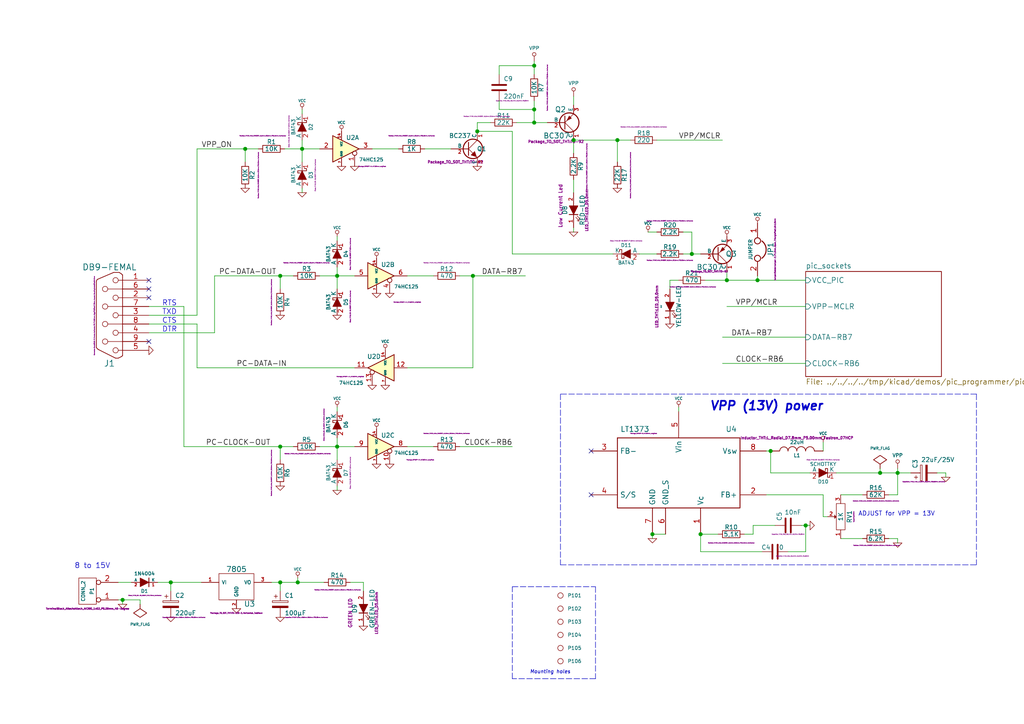
<source format=kicad_sch>
(kicad_sch (version 20230121) (generator eeschema)
  (paper "A4")
  (title_block (title "JDM - COM84 PIC Programmer with 13V DC/DC converter") (date "05 jan 2014") (rev "2") (company "KiCad"))
  (lib_symbols
    (symbol "pic_programmer_schlib:74LS125" (pin_names (offset 0.254))
      (property "Reference" "U" (at 5.08 3.81 0))
      (property "Value" "74LS125" (at 7.62 -2.54 0))
      (symbol "74LS125_0_0"
        (pin power_in line (at -1.27 5.08 270) (length 2.54) (name "VCC") (number "14"))
        (pin power_in line (at -1.27 -5.08 90) (length 2.54) (name "GND") (number "7"))
      )
      (symbol "74LS125_1_0"
        (polyline (pts (xy -3.81 3.81) (xy -3.81 -3.81) (xy 3.81 0) (xy -3.81 3.81)) (stroke (width 0.254)) (fill (type background)))
        (pin input inverted (at 2.54 -5.08 90) (length 4.445) (name "~") (number "1"))
        (pin input line (at -7.62 0 0) (length 3.81) (name "~") (number "2"))
        (pin tri_state line (at 7.62 0 180) (length 3.81) (name "~") (number "3"))
      )
      (symbol "74LS125_2_0"
        (polyline (pts (xy -3.81 3.81) (xy -3.81 -3.81) (xy 3.81 0) (xy -3.81 3.81)) (stroke (width 0.254)) (fill (type background)))
        (pin input inverted (at 2.54 -5.08 90) (length 4.445) (name "~") (number "4"))
        (pin input line (at -7.62 0 0) (length 3.81) (name "~") (number "5"))
        (pin tri_state line (at 7.62 0 180) (length 3.81) (name "~") (number "6"))
      )
      (symbol "74LS125_3_0"
        (polyline (pts (xy -3.81 3.81) (xy -3.81 -3.81) (xy 3.81 0) (xy -3.81 3.81)) (stroke (width 0.254)) (fill (type background)))
        (pin input inverted (at 2.54 -5.08 90) (length 4.445) (name "~") (number "10"))
        (pin tri_state line (at 7.62 0 180) (length 3.81) (name "~") (number "8"))
        (pin input line (at -7.62 0 0) (length 3.81) (name "~") (number "9"))
      )
      (symbol "74LS125_4_0"
        (polyline (pts (xy -3.81 3.81) (xy -3.81 -3.81) (xy 3.81 0) (xy -3.81 3.81)) (stroke (width 0.254)) (fill (type background)))
        (pin tri_state line (at 7.62 0 180) (length 3.81) (name "~") (number "11"))
        (pin input line (at -7.62 0 0) (length 3.81) (name "~") (number "12"))
        (pin input inverted (at 2.54 -5.08 90) (length 4.445) (name "~") (number "13"))
      )
    )
    (symbol "pic_programmer_schlib:7805" (pin_names (offset 0.762))
      (property "Reference" "U" (at 3.81 -4.9784 0))
      (property "Value" "7805" (at 0 5.08 0))
      (symbol "7805_0_1"
        (rectangle (start -5.08 -3.81) (end 5.08 3.81))
      )
      (symbol "7805_1_1"
        (pin input line (at -10.16 1.27 0) (length 5.08) (name "VI") (number "1"))
        (pin input line (at 0 -6.35 90) (length 2.54) (name "GND") (number "2"))
        (pin power_out line (at 10.16 1.27 180) (length 5.08) (name "VO") (number "3"))
      )
    )
    (symbol "pic_programmer_schlib:BC237" (pin_names (offset 0))
      (property "Reference" "Q" (at 0 -3.81 0))
      (property "Value" "BC237" (at 0 3.81 0))
      (property "Footprint" "Package_TO_SOT_THT:TO-92" (at -2.54 -5.08 0))
      (symbol "BC237_0_1"
        (polyline (pts (xy 0 0) (xy 2.54 2.54)) (stroke (width 0.1524)))
        (polyline (pts (xy 0 1.905) (xy 0 -1.905) (xy 0 -1.905)) (stroke (width 0.254)))
        (polyline (pts (xy 1.27 -1.27) (xy 0 0) (xy 0 0)) (stroke (width 0.1524)))
        (polyline (pts (xy 2.286 -2.286) (xy 2.54 -2.54) (xy 2.54 -2.54)))
        (polyline (pts (xy 2.286 -2.286) (xy 1.778 -0.762) (xy 0.762 -1.778) (xy 2.286 -2.286) (xy 2.286 -2.286)) (fill (type outline)))
        (circle (center 1.27 0) (radius 2.8194) (stroke (width 0.3048)))
      )
      (symbol "BC237_1_1"
        (pin passive line (at 2.54 5.08 270) (length 2.54) (name "C") (number "1"))
        (pin input line (at -5.08 0 0) (length 5.08) (name "B") (number "2"))
        (pin passive line (at 2.54 -5.08 90) (length 2.54) (name "E") (number "3"))
      )
    )
    (symbol "pic_programmer_schlib:BC307" (pin_names (offset 0))
      (property "Reference" "Q" (at -1.27 -3.81 0))
      (property "Value" "BC307" (at 0 3.81 0))
      (property "Footprint" "Package_TO_SOT_THT:TO-92" (at -2.54 -5.08 0))
      (symbol "BC307_0_1"
        (polyline (pts (xy 0 0) (xy 2.54 2.54)) (stroke (width 0.1524)))
        (polyline (pts (xy 0 1.905) (xy 0 -1.905) (xy 0 -1.905)) (stroke (width 0.254)) (fill (type outline)))
        (polyline (pts (xy 0.635 -0.635) (xy 0 0) (xy 0 0)) (stroke (width 0.1524)))
        (polyline (pts (xy 2.54 -2.54) (xy 1.651 -1.651) (xy 1.651 -1.651)) (stroke (width 0.1524)))
        (polyline (pts (xy 0.635 -0.635) (xy 1.27 -1.905) (xy 1.905 -1.27) (xy 0.635 -0.635) (xy 0.635 -0.635)) (fill (type outline)))
        (circle (center 1.27 0) (radius 2.8194) (stroke (width 0.3048)))
      )
      (symbol "BC307_1_1"
        (pin passive line (at 2.54 5.08 270) (length 2.54) (name "C") (number "1"))
        (pin input line (at -5.08 0 0) (length 5.08) (name "B") (number "2"))
        (pin passive line (at 2.54 -5.08 90) (length 2.54) (name "E") (number "3"))
      )
    )
    (symbol "pic_programmer_schlib:C" (pin_numbers hide) (pin_names (offset 0.254))
      (property "Reference" "C" (at 0.635 2.54 0))
      (property "Value" "C" (at 0.635 -2.54 0))
      (symbol "C_0_1"
        (polyline (pts (xy -2.032 -0.762) (xy 2.032 -0.762)) (stroke (width 0.508)))
        (polyline (pts (xy -2.032 0.762) (xy 2.032 0.762)) (stroke (width 0.508)))
      )
      (symbol "C_1_1"
        (pin passive line (at 0 3.81 270) (length 2.794) (name "~") (number "1"))
        (pin passive line (at 0 -3.81 90) (length 2.794) (name "~") (number "2"))
      )
    )
    (symbol "pic_programmer_schlib:CONN_2" (pin_names (offset 1.016) hide)
      (property "Reference" "P" (at -1.27 0 90))
      (property "Value" "CONN_2" (at 1.27 0 90))
      (symbol "CONN_2_0_1"
        (rectangle (start -2.54 3.81) (end 2.54 -3.81))
      )
      (symbol "CONN_2_1_1"
        (pin passive inverted (at -8.89 2.54 0) (length 6.35) (name "P1") (number "1"))
        (pin passive inverted (at -8.89 -2.54 0) (length 6.35) (name "PM") (number "2"))
      )
    )
    (symbol "pic_programmer_schlib:CP" (pin_numbers hide) (pin_names (offset 0.254))
      (property "Reference" "C" (at 0.635 2.54 0))
      (property "Value" "CP" (at 0.635 -2.54 0))
      (symbol "CP_0_1"
        (rectangle (start -2.286 1.016) (end 2.286 0.508) (stroke (width 0.1524)))
        (rectangle (start -1.778 2.286) (end -0.762 2.286))
        (rectangle (start -1.27 1.778) (end -1.27 2.794))
        (rectangle (start 2.286 -0.508) (end -2.286 -1.016) (fill (type outline)))
      )
      (symbol "CP_1_1"
        (pin passive line (at 0 3.81 270) (length 2.794) (name "~") (number "1"))
        (pin passive line (at 0 -3.81 90) (length 2.794) (name "~") (number "2"))
      )
    )
    (symbol "pic_programmer_schlib:D" (pin_names (offset 0))
      (property "Reference" "D" (at 0 2.54 0))
      (property "Value" "D" (at 0 -2.54 0))
      (symbol "D_0_1"
        (polyline (pts (xy -1.27 1.27) (xy -1.27 -1.27)) (stroke (width 0.254)))
        (polyline (pts (xy -1.27 0) (xy 1.27 1.27) (xy 1.27 -1.27) (xy -1.27 0)) (stroke (width 0.1524)) (fill (type outline)))
      )
      (symbol "D_1_1"
        (pin passive line (at -3.81 0 0) (length 2.54) (name "K") (number "1"))
        (pin passive line (at 3.81 0 180) (length 2.54) (name "A") (number "2"))
      )
    )
    (symbol "pic_programmer_schlib:DB9" (pin_names (offset 1.016) hide)
      (property "Reference" "J" (at 0 13.97 0))
      (property "Value" "DB9" (at 0 -13.97 0))
      (symbol "DB9_0_1"
        (circle (center -1.778 -10.16) (radius 0.762))
        (circle (center -1.778 -5.08) (radius 0.762))
        (circle (center -1.778 0) (radius 0.762))
        (circle (center -1.778 5.08) (radius 0.762))
        (circle (center -1.778 10.16) (radius 0.762))
        (polyline (pts (xy -3.81 -11.684) (xy -3.81 11.684)) (stroke (width 0.2032)))
        (polyline (pts (xy -3.81 -11.6586) (xy -3.556 -11.938)) (stroke (width 0.2032)))
        (polyline (pts (xy -3.81 -10.16) (xy -2.54 -10.16)))
        (polyline (pts (xy -3.81 -7.62) (xy 0.508 -7.62)))
        (polyline (pts (xy -3.81 -5.08) (xy -2.54 -5.08)))
        (polyline (pts (xy -3.81 -2.54) (xy 0.508 -2.54)))
        (polyline (pts (xy -3.81 0) (xy -2.54 0)))
        (polyline (pts (xy -3.81 2.54) (xy 0.508 2.54)))
        (polyline (pts (xy -3.81 5.08) (xy -2.54 5.08)))
        (polyline (pts (xy -3.81 7.62) (xy 0.508 7.62)))
        (polyline (pts (xy -3.81 10.16) (xy -2.54 10.16)))
        (polyline (pts (xy -3.556 -11.938) (xy -2.794 -12.446)) (stroke (width 0.2032)))
        (polyline (pts (xy -3.556 11.938) (xy -3.81 11.684)) (stroke (width 0.2032)))
        (polyline (pts (xy -3.556 11.938) (xy -2.54 12.446)) (stroke (width 0.2032)))
        (polyline (pts (xy -2.794 -12.446) (xy -1.27 -12.446)) (stroke (width 0.2032)))
        (polyline (pts (xy -2.54 12.446) (xy -1.778 12.446)) (stroke (width 0.2032)))
        (polyline (pts (xy 3.2766 9.906) (xy -1.778 12.446)) (stroke (width 0.2032)))
        (polyline (pts (xy 3.2766 9.906) (xy 3.81 9.398)) (stroke (width 0.2032)))
        (polyline (pts (xy 3.556 -10.3886) (xy -1.27 -12.446)) (stroke (width 0.2032)))
        (polyline (pts (xy 3.81 -9.906) (xy 3.556 -10.3886)) (stroke (width 0.2032)))
        (polyline (pts (xy 3.81 9.398) (xy 3.81 -9.906)) (stroke (width 0.2032)))
        (circle (center 1.27 -7.62) (radius 0.762))
        (circle (center 1.27 -2.54) (radius 0.762))
        (circle (center 1.27 2.54) (radius 0.762))
        (circle (center 1.27 7.62) (radius 0.762))
      )
      (symbol "DB9_1_1"
        (pin passive line (at -11.43 -10.16 0) (length 7.62) (name "1") (number "1"))
        (pin passive line (at -11.43 -5.08 0) (length 7.62) (name "2") (number "2"))
        (pin passive line (at -11.43 0 0) (length 7.62) (name "3") (number "3"))
        (pin passive line (at -11.43 5.08 0) (length 7.62) (name "4") (number "4"))
        (pin passive line (at -11.43 10.16 0) (length 7.62) (name "5") (number "5"))
        (pin passive line (at -11.43 -7.62 0) (length 7.62) (name "P6") (number "6"))
        (pin passive line (at -11.43 -2.54 0) (length 7.62) (name "P7") (number "7"))
        (pin passive line (at -11.43 2.54 0) (length 7.62) (name "P8") (number "8"))
        (pin passive line (at -11.43 7.62 0) (length 7.62) (name "P9") (number "9"))
      )
    )
    (symbol "pic_programmer_schlib:D_Schottky" (pin_names (offset 0))
      (property "Reference" "D" (at 0 2.54 0))
      (property "Value" "D_Schottky" (at 0 -2.54 0))
      (symbol "D_Schottky_0_1"
        (polyline (pts (xy -1.27 0) (xy 1.27 1.27) (xy 1.27 -1.27) (xy -1.27 0)) (stroke (width 0.1524)) (fill (type outline)))
        (polyline (pts (xy -1.905 0.635) (xy -1.905 1.27) (xy -1.27 1.27) (xy -1.27 -1.27) (xy -0.635 -1.27) (xy -0.635 -0.635)) (stroke (width 0.2032)))
      )
      (symbol "D_Schottky_1_1"
        (pin passive line (at -3.81 0 0) (length 2.54) (name "K") (number "1"))
        (pin passive line (at 3.81 0 180) (length 2.54) (name "A") (number "2"))
      )
    )
    (symbol "pic_programmer_schlib:GND" (power) (pin_names (offset 0))
      (symbol "GND_0_1"
        (polyline (pts (xy -1.27 0) (xy 0 -1.27) (xy 1.27 0) (xy -1.27 0)))
      )
      (symbol "GND_1_1"
        (pin power_in line (at 0 0 90) (length 0) hide (name "GND") (number "1"))
      )
    )
    (symbol "pic_programmer_schlib:INDUCTOR" (pin_numbers hide) (pin_names (offset 1.016) hide)
      (property "Reference" "L" (at -1.27 0 90))
      (property "Value" "INDUCTOR" (at 2.54 0 90))
      (symbol "INDUCTOR_0_1"
        (arc (start 0.0254 -5.0546) (mid 1.245 -3.7973) (end 0.0254 -2.54) (stroke (width 0.2032)))
        (arc (start 0.0254 -2.5146) (mid 1.2704 -1.2319) (end 0.0254 0.0508) (stroke (width 0.2032)))
        (arc (start 0.0254 0.0254) (mid 1.2704 1.3081) (end 0.0254 2.5908) (stroke (width 0.2032)))
        (arc (start 0.0254 2.5654) (mid 1.1942 3.7719) (end 0.0254 4.9784) (stroke (width 0.2032)))
      )
      (symbol "INDUCTOR_1_1"
        (pin passive line (at 0 7.62 270) (length 2.54) (name "1") (number "1"))
        (pin passive line (at 0 -7.62 90) (length 2.54) (name "2") (number "2"))
      )
    )
    (symbol "pic_programmer_schlib:JUMPER" (pin_names (offset 0.762) hide)
      (property "Reference" "JP" (at 0 3.81 0))
      (property "Value" "JUMPER" (at 0 -2.032 0))
      (symbol "JUMPER_0_1"
        (circle (center -2.54 0) (radius 0.889) (stroke (width 0.254)))
        (arc (start 2.5146 1.27) (mid 0.0127 2.5097) (end -2.4892 1.27) (stroke (width 0.3048)))
        (circle (center 2.54 0) (radius 0.889) (stroke (width 0.254)))
        (pin passive line (at -7.62 0 0) (length 4.191) (name "1") (number "1"))
        (pin passive line (at 7.62 0 180) (length 4.191) (name "2") (number "2"))
      )
    )
    (symbol "pic_programmer_schlib:LED" (pin_names (offset 1.016) hide)
      (property "Reference" "D" (at 0 2.54 0))
      (property "Value" "LED" (at 0 -2.54 0))
      (symbol "LED_0_1"
        (polyline (pts (xy -1.27 1.27) (xy -1.27 -1.27)) (stroke (width 0.254)))
        (polyline (pts (xy -2.032 -0.635) (xy -3.175 -1.651) (xy -3.048 -1.016)))
        (polyline (pts (xy -1.651 -1.016) (xy -2.794 -2.032) (xy -2.667 -1.397)))
        (polyline (pts (xy -1.27 0) (xy 1.27 1.27) (xy 1.27 -1.27) (xy -1.27 0)) (stroke (width 0.1524)) (fill (type outline)))
      )
      (symbol "LED_1_1"
        (pin passive line (at -5.08 0 0) (length 3.81) (name "K") (number "1"))
        (pin passive line (at 5.08 0 180) (length 3.81) (name "A") (number "2"))
      )
    )
    (symbol "pic_programmer_schlib:LT1373" (pin_names (offset 0.762))
      (property "Reference" "U" (at 15.24 12.7 0))
      (property "Value" "LT1373" (at -12.7 12.7 0))
      (symbol "LT1373_0_1"
        (rectangle (start -17.78 -10.16) (end 17.78 10.16) (stroke (width 0.254)))
      )
      (symbol "LT1373_1_1"
        (pin input line (at 6.35 -17.78 90) (length 7.62) (name "Vc") (number "1"))
        (pin input line (at 25.4 -6.35 180) (length 7.62) (name "FB+") (number "2"))
        (pin passive line (at -25.4 6.35 0) (length 7.62) (name "FB-") (number "3"))
        (pin passive line (at -25.4 -6.35 0) (length 7.62) (name "S/S") (number "4"))
        (pin power_in line (at 0 17.78 270) (length 7.62) (name "Vin") (number "5"))
        (pin input line (at -3.81 -17.78 90) (length 7.62) (name "GND_S") (number "6"))
        (pin input line (at -7.62 -17.78 90) (length 7.62) (name "GND") (number "7"))
        (pin input line (at 25.4 6.35 180) (length 7.62) (name "Vsw") (number "8"))
      )
    )
    (symbol "pic_programmer_schlib:MOUNTING_HOLE" (pin_numbers hide) (pin_names (offset 0.762) hide)
      (property "Reference" "P" (at 2.032 0 0))
      (symbol "MOUNTING_HOLE_0_1"
        (circle (center 0 0) (radius 0.7874))
      )
    )
    (symbol "pic_programmer_schlib:POT" (pin_names (offset 1.016) hide)
      (property "Reference" "RV" (at 0 -2.54 0))
      (property "Value" "POT" (at 0 0 0))
      (symbol "POT_0_1"
        (rectangle (start -3.81 1.27) (end 3.81 -1.27))
        (polyline (pts (xy 0 1.27) (xy -0.508 1.778) (xy 0.508 1.778)) (fill (type outline)))
      )
      (symbol "POT_1_1"
        (pin passive line (at -6.35 0 0) (length 2.54) (name "1") (number "1"))
        (pin passive line (at 0 3.81 270) (length 2.032) (name "2") (number "2"))
        (pin passive line (at 6.35 0 180) (length 2.54) (name "3") (number "3"))
      )
    )
    (symbol "pic_programmer_schlib:PWR_FLAG" (power) (pin_numbers hide) (pin_names (offset 0) hide)
      (property "Value" "PWR_FLAG" (at 0 4.572 0))
      (symbol "PWR_FLAG_0_0"
        (pin power_out line (at 0 0 90) (length 0) (name "pwr") (number "1"))
      )
      (symbol "PWR_FLAG_0_1"
        (polyline (pts (xy 0 0) (xy 0 1.27) (xy -1.905 2.54) (xy 0 3.81) (xy 1.905 2.54) (xy 0 1.27)) (stroke (width 0.2032)))
      )
    )
    (symbol "pic_programmer_schlib:R" (pin_numbers hide) (pin_names (offset 0))
      (property "Reference" "R" (at 2.032 0 90))
      (property "Value" "R" (at 0 0 90))
      (symbol "R_0_1"
        (rectangle (start -1.016 -2.54) (end 1.016 2.54) (stroke (width 0.2032)))
      )
      (symbol "R_1_1"
        (pin passive line (at 0 3.81 270) (length 1.27) (name "~") (number "1"))
        (pin passive line (at 0 -3.81 90) (length 1.27) (name "~") (number "2"))
      )
    )
    (symbol "pic_programmer_schlib:VCC" (power) (pin_names (offset 0))
      (property "Value" "VCC" (at 0 2.54 0))
      (symbol "VCC_0_0"
        (pin power_in line (at 0 0 90) (length 0) hide (name "VCC") (number "1"))
      )
      (symbol "VCC_0_1"
        (polyline (pts (xy 0 0) (xy 0 0.762) (xy 0 0.762)))
        (circle (center 0 1.27) (radius 0.508))
      )
    )
    (symbol "pic_programmer_schlib:VPP" (pin_names (offset 0))
      (property "Value" "VPP" (at 0 3.81 0))
      (symbol "VPP_0_0"
        (pin power_in line (at 0 0 90) (length 0) hide (name "VPP") (number "1"))
      )
      (symbol "VPP_0_1"
        (polyline (pts (xy 0 1.524) (xy 0 0)))
        (circle (center 0 2.032) (radius 0.508))
      )
    )
  )
  (junction (at 81.28 80.01) (diameter 1.016))
  (junction (at 97.79 129.54) (diameter 1.016))
  (junction (at 179.07 40.64) (diameter 1.016))
  (junction (at 35.56 173.99) (diameter 1.016))
  (junction (at 255.27 137.16) (diameter 1.016))
  (junction (at 71.12 43.18) (diameter 1.016))
  (junction (at 260.35 137.16) (diameter 1.016))
  (junction (at 154.94 31.75) (diameter 1.016))
  (junction (at 87.63 43.18) (diameter 1.016))
  (junction (at 166.37 40.64) (diameter 1.016))
  (junction (at 203.2 154.94) (diameter 1.016))
  (junction (at 81.28 168.91) (diameter 1.016))
  (junction (at 86.36 168.91) (diameter 1.016))
  (junction (at 137.16 80.01) (diameter 1.016))
  (junction (at 223.52 130.81) (diameter 1.016))
  (junction (at 49.53 168.91) (diameter 1.016))
  (junction (at 97.79 80.01) (diameter 1.016))
  (junction (at 138.43 38.1) (diameter 1.016))
  (junction (at 154.94 35.56) (diameter 1.016))
  (junction (at 81.28 129.54) (diameter 1.016))
  (junction (at 219.71 81.28) (diameter 1.016))
  (junction (at 189.23 154.94) (diameter 1.016))
  (junction (at 200.66 73.66) (diameter 1.016))
  (junction (at 210.82 81.28) (diameter 1.016))
  (junction (at 233.68 152.4) (diameter 1.016))
  (junction (at 154.94 19.05) (diameter 1.016))
  (no_connect (at 171.45 130.81))
  (no_connect (at 43.18 81.28))
  (no_connect (at 43.18 86.36))
  (no_connect (at 43.18 99.06))
  (no_connect (at 43.18 83.82))
  (no_connect (at 171.45 143.51))
  (wire (pts (xy 87.63 43.18) (xy 87.63 46.99)))
  (wire (pts (xy 97.79 129.54) (xy 102.87 129.54)))
  (wire (pts (xy 102.87 106.68) (xy 57.15 106.68)))
  (wire (pts (xy 250.19 156.21) (xy 243.84 156.21)))
  (wire (pts (xy 105.41 168.91) (xy 101.6 168.91)))
  (wire (pts (xy 57.15 106.68) (xy 57.15 93.98)))
  (wire (pts (xy 250.19 143.51) (xy 243.84 143.51)))
  (wire (pts (xy 38.1 168.91) (xy 34.29 168.91)))
  (wire (pts (xy 234.95 137.16) (xy 223.52 137.16)))
  (polyline (pts (xy 172.72 170.18) (xy 172.72 196.85)) (stroke (width 0) (type dash)))
  (wire (pts (xy 166.37 66.04) (xy 166.37 67.31)))
  (wire (pts (xy 133.35 80.01) (xy 137.16 80.01)))
  (wire (pts (xy 260.35 137.16) (xy 260.35 143.51)))
  (wire (pts (xy 208.28 154.94) (xy 203.2 154.94)))
  (wire (pts (xy 138.43 35.56) (xy 142.24 35.56)))
  (wire (pts (xy 255.27 137.16) (xy 260.35 137.16)))
  (wire (pts (xy 260.35 156.21) (xy 260.35 157.48)))
  (wire (pts (xy 200.66 73.66) (xy 200.66 67.31)))
  (wire (pts (xy 92.71 129.54) (xy 97.79 129.54)))
  (wire (pts (xy 200.66 67.31) (xy 198.12 67.31)))
  (wire (pts (xy 130.81 43.18) (xy 123.19 43.18)))
  (wire (pts (xy 97.79 68.58) (xy 97.79 69.85)))
  (wire (pts (xy 86.36 168.91) (xy 86.36 167.64)))
  (wire (pts (xy 35.56 173.99) (xy 40.64 173.99)))
  (wire (pts (xy 274.32 137.16) (xy 274.32 138.43)))
  (wire (pts (xy 179.07 46.99) (xy 179.07 40.64)))
  (wire (pts (xy 232.41 152.4) (xy 233.68 152.4)))
  (wire (pts (xy 271.78 137.16) (xy 274.32 137.16)))
  (wire (pts (xy 189.23 154.94) (xy 193.04 154.94)))
  (wire (pts (xy 198.12 73.66) (xy 200.66 73.66)))
  (wire (pts (xy 43.18 93.98) (xy 57.15 93.98)))
  (wire (pts (xy 138.43 35.56) (xy 138.43 38.1)))
  (wire (pts (xy 144.78 19.05) (xy 154.94 19.05)))
  (wire (pts (xy 57.15 91.44) (xy 43.18 91.44)))
  (polyline (pts (xy 148.59 170.18) (xy 172.72 170.18)) (stroke (width 0) (type dash)))
  (wire (pts (xy 233.68 152.4) (xy 234.95 152.4)))
  (polyline (pts (xy 162.56 114.3) (xy 162.56 163.83)) (stroke (width 0) (type dash)))
  (wire (pts (xy 81.28 80.01) (xy 85.09 80.01)))
  (wire (pts (xy 138.43 38.1) (xy 148.59 38.1)))
  (wire (pts (xy 148.59 73.66) (xy 177.8 73.66)))
  (wire (pts (xy 35.56 175.26) (xy 35.56 173.99)))
  (wire (pts (xy 137.16 80.01) (xy 152.4 80.01)))
  (wire (pts (xy 81.28 168.91) (xy 86.36 168.91)))
  (wire (pts (xy 238.76 149.86) (xy 238.76 143.51)))
  (polyline (pts (xy 283.21 114.3) (xy 162.56 114.3)) (stroke (width 0) (type dash)))
  (wire (pts (xy 118.11 80.01) (xy 125.73 80.01)))
  (wire (pts (xy 204.47 81.28) (xy 210.82 81.28)))
  (wire (pts (xy 49.53 171.45) (xy 49.53 168.91)))
  (wire (pts (xy 210.82 81.28) (xy 210.82 78.74)))
  (wire (pts (xy 53.34 129.54) (xy 81.28 129.54)))
  (wire (pts (xy 78.74 168.91) (xy 81.28 168.91)))
  (polyline (pts (xy 172.72 196.85) (xy 148.59 196.85)) (stroke (width 0) (type dash)))
  (wire (pts (xy 190.5 40.64) (xy 209.55 40.64)))
  (wire (pts (xy 154.94 29.21) (xy 154.94 31.75)))
  (wire (pts (xy 148.59 38.1) (xy 148.59 73.66)))
  (wire (pts (xy 210.82 81.28) (xy 219.71 81.28)))
  (wire (pts (xy 87.63 54.61) (xy 87.63 55.88)))
  (wire (pts (xy 187.96 67.31) (xy 190.5 67.31)))
  (wire (pts (xy 240.03 149.86) (xy 238.76 149.86)))
  (wire (pts (xy 194.31 83.82) (xy 194.31 81.28)))
  (wire (pts (xy 189.23 156.21) (xy 189.23 154.94)))
  (wire (pts (xy 115.57 43.18) (xy 107.95 43.18)))
  (wire (pts (xy 238.76 128.27) (xy 238.76 130.81)))
  (wire (pts (xy 34.29 173.99) (xy 35.56 173.99)))
  (wire (pts (xy 228.6 160.02) (xy 233.68 160.02)))
  (wire (pts (xy 71.12 43.18) (xy 74.93 43.18)))
  (wire (pts (xy 260.35 137.16) (xy 264.16 137.16)))
  (wire (pts (xy 203.2 160.02) (xy 220.98 160.02)))
  (wire (pts (xy 166.37 30.48) (xy 166.37 27.94)))
  (wire (pts (xy 86.36 168.91) (xy 93.98 168.91)))
  (wire (pts (xy 219.71 81.28) (xy 233.68 81.28)))
  (wire (pts (xy 97.79 77.47) (xy 97.79 80.01)))
  (wire (pts (xy 57.15 43.18) (xy 71.12 43.18)))
  (wire (pts (xy 260.35 156.21) (xy 257.81 156.21)))
  (polyline (pts (xy 162.56 163.83) (xy 283.21 163.83)) (stroke (width 0) (type dash)))
  (wire (pts (xy 233.68 160.02) (xy 233.68 152.4)))
  (wire (pts (xy 62.23 96.52) (xy 62.23 80.01)))
  (wire (pts (xy 53.34 88.9) (xy 43.18 88.9)))
  (wire (pts (xy 62.23 96.52) (xy 43.18 96.52)))
  (wire (pts (xy 210.82 88.9) (xy 233.68 88.9)))
  (wire (pts (xy 154.94 31.75) (xy 154.94 35.56)))
  (wire (pts (xy 149.86 35.56) (xy 154.94 35.56)))
  (wire (pts (xy 87.63 33.02) (xy 87.63 31.75)))
  (wire (pts (xy 137.16 106.68) (xy 137.16 80.01)))
  (wire (pts (xy 218.44 152.4) (xy 218.44 154.94)))
  (wire (pts (xy 144.78 19.05) (xy 144.78 21.59)))
  (wire (pts (xy 57.15 43.18) (xy 57.15 91.44)))
  (wire (pts (xy 200.66 73.66) (xy 203.2 73.66)))
  (wire (pts (xy 144.78 31.75) (xy 154.94 31.75)))
  (wire (pts (xy 45.72 168.91) (xy 49.53 168.91)))
  (wire (pts (xy 219.71 81.28) (xy 219.71 80.01)))
  (wire (pts (xy 223.52 137.16) (xy 223.52 130.81)))
  (wire (pts (xy 81.28 129.54) (xy 85.09 129.54)))
  (wire (pts (xy 148.59 129.54) (xy 133.35 129.54)))
  (wire (pts (xy 97.79 80.01) (xy 97.79 83.82)))
  (wire (pts (xy 97.79 80.01) (xy 102.87 80.01)))
  (wire (pts (xy 154.94 17.78) (xy 154.94 19.05)))
  (wire (pts (xy 166.37 40.64) (xy 179.07 40.64)))
  (wire (pts (xy 203.2 154.94) (xy 203.2 160.02)))
  (wire (pts (xy 87.63 43.18) (xy 92.71 43.18)))
  (wire (pts (xy 260.35 143.51) (xy 257.81 143.51)))
  (wire (pts (xy 194.31 81.28) (xy 196.85 81.28)))
  (wire (pts (xy 166.37 40.64) (xy 166.37 44.45)))
  (wire (pts (xy 179.07 40.64) (xy 182.88 40.64)))
  (polyline (pts (xy 283.21 114.3) (xy 283.21 163.83)) (stroke (width 0) (type dash)))
  (wire (pts (xy 105.41 171.45) (xy 105.41 168.91)))
  (wire (pts (xy 81.28 133.35) (xy 81.28 129.54)))
  (wire (pts (xy 260.35 135.89) (xy 260.35 137.16)))
  (wire (pts (xy 53.34 129.54) (xy 53.34 88.9)))
  (wire (pts (xy 81.28 83.82) (xy 81.28 80.01)))
  (wire (pts (xy 154.94 35.56) (xy 158.75 35.56)))
  (wire (pts (xy 62.23 80.01) (xy 81.28 80.01)))
  (wire (pts (xy 87.63 40.64) (xy 87.63 43.18)))
  (wire (pts (xy 190.5 73.66) (xy 185.42 73.66)))
  (wire (pts (xy 81.28 168.91) (xy 81.28 171.45)))
  (wire (pts (xy 224.79 152.4) (xy 218.44 152.4)))
  (wire (pts (xy 255.27 135.89) (xy 255.27 137.16)))
  (wire (pts (xy 97.79 142.24) (xy 97.79 140.97)))
  (wire (pts (xy 233.68 97.79) (xy 209.55 97.79)))
  (wire (pts (xy 144.78 29.21) (xy 144.78 31.75)))
  (wire (pts (xy 118.11 106.68) (xy 137.16 106.68)))
  (wire (pts (xy 92.71 80.01) (xy 97.79 80.01)))
  (wire (pts (xy 82.55 43.18) (xy 87.63 43.18)))
  (wire (pts (xy 218.44 154.94) (xy 215.9 154.94)))
  (wire (pts (xy 166.37 52.07) (xy 166.37 55.88)))
  (wire (pts (xy 40.64 173.99) (xy 40.64 175.26)))
  (wire (pts (xy 125.73 129.54) (xy 118.11 129.54)))
  (wire (pts (xy 97.79 119.38) (xy 97.79 118.11)))
  (wire (pts (xy 97.79 129.54) (xy 97.79 133.35)))
  (wire (pts (xy 97.79 127) (xy 97.79 129.54)))
  (wire (pts (xy 196.85 119.38) (xy 196.85 118.11)))
  (wire (pts (xy 233.68 105.41) (xy 209.55 105.41)))
  (wire (pts (xy 242.57 137.16) (xy 255.27 137.16)))
  (wire (pts (xy 154.94 19.05) (xy 154.94 21.59)))
  (wire (pts (xy 223.52 130.81) (xy 222.25 130.81)))
  (wire (pts (xy 49.53 168.91) (xy 58.42 168.91)))
  (polyline (pts (xy 148.59 196.85) (xy 148.59 170.18)) (stroke (width 0) (type dash)))
  (wire (pts (xy 71.12 46.99) (xy 71.12 43.18)))
  (wire (pts (xy 238.76 143.51) (xy 222.25 143.51)))
  (text "ADJUST for VPP = 13V" (at 248.92 149.86 0) (effects (font (size 1.27 1.27)) (justify left bottom)))
  (text "8 to 15V" (at 21.59 165.1 0) (effects (font (size 1.524 1.524)) (justify left bottom)))
  (text "VPP (13V) power" (at 205.74 119.38 0) (effects (font (size 2.54 2.54) (thickness 0.508) bold italic) (justify left bottom)))
  (text "RTS" (at 46.99 88.9 0) (effects (font (size 1.524 1.524)) (justify left bottom)))
  (text "TXD" (at 46.99 91.44 0) (effects (font (size 1.524 1.524)) (justify left bottom)))
  (text "CTS" (at 46.99 93.98 0) (effects (font (size 1.524 1.524)) (justify left bottom)))
  (text "DTR" (at 46.99 96.52 0) (effects (font (size 1.524 1.524)) (justify left bottom)))
  (text "Mounting holes" (at 153.67 195.58 0) (effects (font (size 1.016 1.016) italic) (justify left bottom)))
  (label "DATA-RB7" (at 139.7 80.01 0) (effects (font (size 1.524 1.524))))
  (label "CLOCK-RB6" (at 134.62 129.54 0) (effects (font (size 1.524 1.524))))
  (label "PC-DATA-IN" (at 68.58 106.68 0) (effects (font (size 1.524 1.524))))
  (label "CLOCK-RB6" (at 213.36 105.41 0) (effects (font (size 1.524 1.524))))
  (label "PC-DATA-OUT" (at 63.5 80.01 0) (effects (font (size 1.524 1.524))))
  (label "VPP/MCLR" (at 196.85 40.64 0) (effects (font (size 1.524 1.524))))
  (label "VPP_ON" (at 58.42 43.18 0) (effects (font (size 1.524 1.524))))
  (label "PC-CLOCK-OUT" (at 59.69 129.54 0) (effects (font (size 1.524 1.524))))
  (label "VPP/MCLR" (at 213.36 88.9 0) (effects (font (size 1.524 1.524))))
  (label "DATA-RB7" (at 212.09 97.79 0) (effects (font (size 1.524 1.524))))
  (symbol (lib_id "pic_programmer_schlib:DB9") (at 31.75 91.44 180) (unit 1)
    (property "Reference" "J1" (at 31.75 105.41 0) (effects (font (size 1.778 1.778))))
    (property "Value" "DB9-FEMAL" (at 31.75 77.47 0) (effects (font (size 1.778 1.778))))
    (property "Footprint" "Connector_Dsub:DSUB-9_Female_Horizontal_P2.77x2.84mm_EdgePinOffset7.70mm_Housed_MountingHolesOffset9.12mm" (at 27.3812 91.5416 90) (effects (font (size 0.254 0.254))))
  )
  (symbol (lib_id "pic_programmer_schlib:74LS125") (at 100.33 43.18 0) (unit 1)
    (property "Reference" "U2" (at 100.33 40.64 0) (effects (justify left bottom)))
    (property "Value" "74HC125" (at 104.14 45.72 0) (effects (font (size 1.016 1.016)) (justify left top)))
    (property "Footprint" "Package_DIP:DIP-14_W7.62mm_LongPads" (at 107.95 48.26 0) (effects (font (size 0.254 0.254))))
  )
  (symbol (lib_id "pic_programmer_schlib:R") (at 78.74 43.18 90) (unit 1)
    (property "Reference" "R1" (at 78.74 41.148 90))
    (property "Value" "10K" (at 78.74 43.18 90))
    (property "Footprint" "Resistor_THT:R_Axial_DIN0207_L6.3mm_D2.5mm_P10.16mm_Horizontal" (at 76.2 39.37 90) (effects (font (size 0.254 0.254))))
  )
  (symbol (lib_id "pic_programmer_schlib:R") (at 71.12 50.8 0) (unit 1)
    (property "Reference" "R2" (at 73.152 50.8 90))
    (property "Value" "10K" (at 71.12 50.8 90))
    (property "Footprint" "Resistor_THT:R_Axial_DIN0207_L6.3mm_D2.5mm_P10.16mm_Horizontal" (at 74.93 50.8 90) (effects (font (size 0.254 0.254))))
  )
  (symbol (lib_id "pic_programmer_schlib:D_Schottky") (at 87.63 36.83 270) (unit 1)
    (property "Reference" "D2" (at 90.17 36.83 0) (effects (font (size 1.016 1.016))))
    (property "Value" "BAT43" (at 85.09 36.83 0) (effects (font (size 1.016 1.016))))
    (property "Footprint" "Diode_THT:D_DO-35_SOD27_P7.62mm_Horizontal" (at 83.82 38.1 0) (effects (font (size 0.254 0.254))))
  )
  (symbol (lib_id "pic_programmer_schlib:D_Schottky") (at 87.63 50.8 270) (unit 1)
    (property "Reference" "D3" (at 90.17 50.8 0) (effects (font (size 1.016 1.016))))
    (property "Value" "BAT43" (at 85.09 50.8 0) (effects (font (size 1.016 1.016))))
    (property "Footprint" "Diode_THT:D_DO-35_SOD27_P7.62mm_Horizontal" (at 91.44 50.8 0) (effects (font (size 0.254 0.254))))
  )
  (symbol (lib_id "pic_programmer_schlib:GND") (at 102.87 48.26 0) (unit 1)
    (property "Reference" "#PWR035" (effects hide))
    (property "Value" "GND" (effects hide))
  )
  (symbol (lib_id "pic_programmer_schlib:GND") (at 87.63 55.88 0) (unit 1)
    (property "Reference" "#PWR034" (effects hide))
    (property "Value" "GND" (effects hide))
  )
  (symbol (lib_id "pic_programmer_schlib:VCC") (at 87.63 31.75 0) (unit 1)
    (property "Reference" "#PWR033" (effects hide))
    (property "Value" "VCC" (at 87.63 29.21 0) (effects (font (size 0.762 0.762))))
  )
  (symbol (lib_id "pic_programmer_schlib:74LS125") (at 110.49 80.01 0) (unit 2)
    (property "Reference" "U2" (at 110.49 77.47 0) (effects (justify left bottom)))
    (property "Value" "74HC125" (at 114.3 82.55 0) (effects (font (size 1.016 1.016)) (justify left top)))
    (property "Footprint" "Package_DIP:DIP-14_W7.62mm_LongPads" (at 118.11 87.63 0) (effects (font (size 0.254 0.254))))
  )
  (symbol (lib_id "pic_programmer_schlib:R") (at 88.9 80.01 90) (unit 1)
    (property "Reference" "R3" (at 88.9 77.978 90))
    (property "Value" "10K" (at 88.9 80.01 90))
    (property "Footprint" "Resistor_THT:R_Axial_DIN0207_L6.3mm_D2.5mm_P10.16mm_Horizontal" (at 88.9 76.2 90) (effects (font (size 0.254 0.254))))
  )
  (symbol (lib_id "pic_programmer_schlib:R") (at 81.28 87.63 0) (unit 1)
    (property "Reference" "R4" (at 83.312 87.63 90))
    (property "Value" "10K" (at 81.28 87.63 90))
    (property "Footprint" "Resistor_THT:R_Axial_DIN0207_L6.3mm_D2.5mm_P10.16mm_Horizontal" (at 78.74 87.63 90) (effects (font (size 0.254 0.254))))
  )
  (symbol (lib_id "pic_programmer_schlib:D_Schottky") (at 97.79 73.66 270) (unit 1)
    (property "Reference" "D4" (at 100.33 73.66 0) (effects (font (size 1.016 1.016))))
    (property "Value" "BAT43" (at 95.25 73.66 0) (effects (font (size 1.016 1.016))))
    (property "Footprint" "Diode_THT:D_DO-35_SOD27_P7.62mm_Horizontal" (at 101.6 73.66 0) (effects (font (size 0.254 0.254))))
  )
  (symbol (lib_id "pic_programmer_schlib:D_Schottky") (at 97.79 87.63 270) (unit 1)
    (property "Reference" "D5" (at 100.33 87.63 0) (effects (font (size 1.016 1.016))))
    (property "Value" "BAT43" (at 95.25 87.63 0) (effects (font (size 1.016 1.016))))
    (property "Footprint" "Diode_THT:D_DO-35_SOD27_P7.62mm_Horizontal" (at 101.6 88.9 0) (effects (font (size 0.254 0.254))))
  )
  (symbol (lib_id "pic_programmer_schlib:GND") (at 113.03 85.09 0) (unit 1)
    (property "Reference" "#PWR032" (effects hide))
    (property "Value" "GND" (effects hide))
  )
  (symbol (lib_id "pic_programmer_schlib:GND") (at 97.79 91.44 0) (unit 1)
    (property "Reference" "#PWR031" (effects hide))
    (property "Value" "GND" (effects hide))
  )
  (symbol (lib_id "pic_programmer_schlib:VCC") (at 97.79 68.58 0) (unit 1)
    (property "Reference" "#PWR030" (effects hide))
    (property "Value" "VCC" (at 97.79 66.04 0) (effects (font (size 0.762 0.762))))
  )
  (symbol (lib_id "pic_programmer_schlib:74LS125") (at 110.49 129.54 0) (unit 3)
    (property "Reference" "U2" (at 110.49 127 0) (effects (justify left bottom)))
    (property "Value" "74HC125" (at 114.3 130.81 0) (effects (font (size 1.016 1.016)) (justify left top)))
    (property "Footprint" "Package_DIP:DIP-14_W7.62mm_LongPads" (at 121.92 133.35 0) (effects (font (size 0.254 0.254))))
  )
  (symbol (lib_id "pic_programmer_schlib:R") (at 88.9 129.54 90) (unit 1)
    (property "Reference" "R5" (at 88.9 127.508 90))
    (property "Value" "10K" (at 88.9 129.54 90))
    (property "Footprint" "Resistor_THT:R_Axial_DIN0207_L6.3mm_D2.5mm_P10.16mm_Horizontal" (at 89.2048 131.572 90) (effects (font (size 0.254 0.254))))
  )
  (symbol (lib_id "pic_programmer_schlib:R") (at 81.28 137.16 0) (unit 1)
    (property "Reference" "R6" (at 83.312 137.16 90))
    (property "Value" "10K" (at 81.28 137.16 90))
    (property "Footprint" "Resistor_THT:R_Axial_DIN0207_L6.3mm_D2.5mm_P10.16mm_Horizontal" (at 78.74 137.16 90) (effects (font (size 0.254 0.254))))
  )
  (symbol (lib_id "pic_programmer_schlib:D_Schottky") (at 97.79 123.19 270) (unit 1)
    (property "Reference" "D6" (at 100.33 123.19 0) (effects (font (size 1.016 1.016))))
    (property "Value" "BAT43" (at 95.25 123.19 0) (effects (font (size 1.016 1.016))))
    (property "Footprint" "Diode_THT:D_DO-35_SOD27_P7.62mm_Horizontal" (at 93.98 123.19 0) (effects (font (size 0.254 0.254))))
  )
  (symbol (lib_id "pic_programmer_schlib:D_Schottky") (at 97.79 137.16 270) (unit 1)
    (property "Reference" "D7" (at 100.33 137.16 0) (effects (font (size 1.016 1.016))))
    (property "Value" "BAT43" (at 95.25 137.16 0) (effects (font (size 1.016 1.016))))
    (property "Footprint" "Diode_THT:D_DO-35_SOD27_P7.62mm_Horizontal" (at 101.6 137.16 0) (effects (font (size 0.254 0.254))))
  )
  (symbol (lib_id "pic_programmer_schlib:GND") (at 113.03 134.62 0) (unit 1)
    (property "Reference" "#PWR029" (effects hide))
    (property "Value" "GND" (effects hide))
  )
  (symbol (lib_id "pic_programmer_schlib:GND") (at 97.79 142.24 0) (unit 1)
    (property "Reference" "#PWR028" (effects hide))
    (property "Value" "GND" (effects hide))
  )
  (symbol (lib_id "pic_programmer_schlib:VCC") (at 97.79 118.11 0) (unit 1)
    (property "Reference" "#PWR027" (effects hide))
    (property "Value" "VCC" (at 97.79 115.57 0) (effects (font (size 0.762 0.762))))
  )
  (symbol (lib_id "pic_programmer_schlib:74LS125") (at 110.49 106.68 0) (mirror y) (unit 4)
    (property "Reference" "U2" (at 110.49 104.14 0) (effects (justify left bottom)))
    (property "Value" "74HC125" (at 105.41 110.49 0) (effects (font (size 1.016 1.016)) (justify left top)))
    (property "Footprint" "Package_DIP:DIP-14_W7.62mm_LongPads" (at 101.6 109.22 0) (effects (font (size 0.254 0.254))))
  )
  (symbol (lib_id "pic_programmer_schlib:GND") (at 107.95 111.76 0) (unit 1)
    (property "Reference" "#PWR026" (effects hide))
    (property "Value" "GND" (effects hide))
  )
  (symbol (lib_id "pic_programmer_schlib:R") (at 129.54 80.01 90) (unit 1)
    (property "Reference" "R12" (at 129.54 77.978 90))
    (property "Value" "470" (at 129.54 80.01 90))
    (property "Footprint" "Resistor_THT:R_Axial_DIN0207_L6.3mm_D2.5mm_P10.16mm_Horizontal" (at 129.54 76.2 90) (effects (font (size 0.254 0.254))))
  )
  (symbol (lib_id "pic_programmer_schlib:R") (at 129.54 129.54 90) (unit 1)
    (property "Reference" "R13" (at 129.54 127.508 90))
    (property "Value" "470" (at 129.54 129.54 90))
    (property "Footprint" "Resistor_THT:R_Axial_DIN0207_L6.3mm_D2.5mm_P10.16mm_Horizontal" (at 129.54 125.73 90) (effects (font (size 0.254 0.254))))
  )
  (symbol (lib_id "pic_programmer_schlib:R") (at 119.38 43.18 90) (unit 1)
    (property "Reference" "R8" (at 119.38 41.148 90))
    (property "Value" "1K" (at 119.38 43.18 90))
    (property "Footprint" "Resistor_THT:R_Axial_DIN0207_L6.3mm_D2.5mm_P10.16mm_Horizontal" (at 119.38 39.37 90) (effects (font (size 0.254 0.254))))
  )
  (symbol (lib_id "pic_programmer_schlib:GND") (at 81.28 91.44 0) (unit 1)
    (property "Reference" "#PWR025" (effects hide))
    (property "Value" "GND" (effects hide))
  )
  (symbol (lib_id "pic_programmer_schlib:GND") (at 81.28 140.97 0) (unit 1)
    (property "Reference" "#PWR024" (effects hide))
    (property "Value" "GND" (effects hide))
  )
  (symbol (lib_id "pic_programmer_schlib:GND") (at 71.12 54.61 0) (unit 1)
    (property "Reference" "#PWR023" (effects hide))
    (property "Value" "GND" (effects hide))
  )
  (symbol (lib_id "pic_programmer_schlib:GND") (at 43.18 101.6 90) (unit 1)
    (property "Reference" "#PWR022" (effects hide))
    (property "Value" "GND" (effects hide))
  )
  (symbol (lib_id "pic_programmer_schlib:BC237") (at 135.89 43.18 0) (unit 1)
    (property "Reference" "Q1" (at 139.7 43.18 0))
    (property "Value" "BC237" (at 133.4008 39.37 0))
    (property "Footprint" "Package_TO_SOT_THT:TO-92" (at 132.08 46.99 0) (effects (font (size 0.762 0.762))))
  )
  (symbol (lib_id "pic_programmer_schlib:GND") (at 138.43 48.26 0) (unit 1)
    (property "Reference" "#PWR021" (effects hide))
    (property "Value" "GND" (effects hide))
  )
  (symbol (lib_id "pic_programmer_schlib:R") (at 146.05 35.56 90) (unit 1)
    (property "Reference" "R11" (at 146.05 33.528 90))
    (property "Value" "22K" (at 146.05 35.56 90))
    (property "Footprint" "Resistor_THT:R_Axial_DIN0207_L6.3mm_D2.5mm_P10.16mm_Horizontal" (at 141.1986 33.7566 90) (effects (font (size 0.254 0.254))))
  )
  (symbol (lib_id "pic_programmer_schlib:R") (at 154.94 25.4 0) (unit 1)
    (property "Reference" "R7" (at 156.972 25.4 90))
    (property "Value" "10K" (at 154.94 25.4 90))
    (property "Footprint" "Resistor_THT:R_Axial_DIN0207_L6.3mm_D2.5mm_P10.16mm_Horizontal" (at 158.75 25.4 90) (effects (font (size 0.254 0.254))))
  )
  (symbol (lib_id "pic_programmer_schlib:BC307") (at 163.83 35.56 0) (mirror x) (unit 1)
    (property "Reference" "Q2" (at 162.56 31.75 0) (effects (font (size 1.524 1.524))))
    (property "Value" "BC307" (at 161.3916 39.37 0) (effects (font (size 1.524 1.524))))
    (property "Footprint" "Package_TO_SOT_THT:TO-92" (at 161.2392 41.0718 0) (effects (font (size 0.762 0.762))))
  )
  (symbol (lib_id "pic_programmer_schlib:VPP") (at 154.94 17.78 0) (unit 1)
    (property "Reference" "#PWR122" (effects hide))
    (property "Value" "VPP" (at 154.94 13.97 0) (effects (font (size 1.016 1.016))))
  )
  (symbol (lib_id "pic_programmer_schlib:VPP") (at 166.37 27.94 0) (unit 1)
    (property "Reference" "#PWR123" (effects hide))
    (property "Value" "VPP" (at 166.37 24.13 0) (effects (font (size 1.016 1.016))))
  )
  (symbol (lib_id "pic_programmer_schlib:R") (at 166.37 48.26 0) (unit 1)
    (property "Reference" "R9" (at 168.402 48.26 90))
    (property "Value" "2.2K" (at 166.37 48.26 90))
    (property "Footprint" "Resistor_THT:R_Axial_DIN0207_L6.3mm_D2.5mm_P10.16mm_Horizontal" (at 170.18 48.26 90) (effects (font (size 0.254 0.254))))
  )
  (symbol (lib_id "pic_programmer_schlib:LED") (at 166.37 60.96 90) (unit 1)
    (property "Reference" "D8" (at 163.83 60.96 0))
    (property "Value" "RED-LED" (at 168.91 60.96 0))
    (property "Footprint" "LED_THT:LED_D5.0mm" (at 170.18 60.96 0) (effects (font (size 0.762 0.762))))
    (property "Champ4" "Low Current Led" (at 162.56 59.69 0) (effects (font (size 1.016 1.016))))
  )
  (symbol (lib_id "pic_programmer_schlib:CONN_2") (at 25.4 171.45 180) (unit 1)
    (property "Reference" "P1" (at 26.67 171.45 90) (effects (font (size 1.016 1.016))))
    (property "Value" "CONN_2" (at 24.13 171.45 90) (effects (font (size 1.016 1.016))))
    (property "Footprint" "TerminalBlock_Altech:Altech_AK300_1x02_P5.00mm_45-Degree" (at 25.4 176.53 0) (effects (font (size 0.508 0.508))))
  )
  (symbol (lib_id "pic_programmer_schlib:D") (at 41.91 168.91 180) (unit 1)
    (property "Reference" "D1" (at 41.91 171.45 0) (effects (font (size 1.016 1.016))))
    (property "Value" "1N4004" (at 41.91 166.37 0) (effects (font (size 1.016 1.016))))
    (property "Footprint" "Diode_THT:D_DO-35_SOD27_P12.70mm_Horizontal" (at 42.0116 172.72 0) (effects (font (size 0.254 0.254))))
  )
  (symbol (lib_id "pic_programmer_schlib:GND") (at 35.56 175.26 0) (unit 1)
    (property "Reference" "#PWR020" (effects hide))
    (property "Value" "GND" (effects hide))
  )
  (symbol (lib_id "pic_programmer_schlib:CP") (at 49.53 175.26 0) (unit 1)
    (property "Reference" "C2" (at 50.8 172.72 0) (effects (justify left)))
    (property "Value" "220uF" (at 50.8 177.8 0) (effects (justify left)))
    (property "Footprint" "Capacitor_THT:CP_Axial_L18.0mm_D6.5mm_P25.00mm_Horizontal" (at 53.34 179.07 0) (effects (font (size 0.254 0.254))))
  )
  (symbol (lib_id "pic_programmer_schlib:GND") (at 49.53 179.07 0) (unit 1)
    (property "Reference" "#PWR019" (effects hide))
    (property "Value" "GND" (effects hide))
  )
  (symbol (lib_id "pic_programmer_schlib:GND") (at 68.58 176.53 0) (unit 1)
    (property "Reference" "#PWR018" (effects hide))
    (property "Value" "GND" (effects hide))
  )
  (symbol (lib_id "pic_programmer_schlib:CP") (at 81.28 175.26 0) (unit 1)
    (property "Reference" "C1" (at 82.55 172.72 0) (effects (justify left)))
    (property "Value" "100µF" (at 82.55 177.8 0) (effects (justify left)))
    (property "Footprint" "Capacitor_THT:CP_Axial_L18.0mm_D6.5mm_P25.00mm_Horizontal" (at 88.9 179.07 0) (effects (font (size 0.254 0.254))))
  )
  (symbol (lib_id "pic_programmer_schlib:GND") (at 81.28 179.07 0) (unit 1)
    (property "Reference" "#PWR017" (effects hide))
    (property "Value" "GND" (effects hide))
  )
  (symbol (lib_id "pic_programmer_schlib:R") (at 97.79 168.91 90) (unit 1)
    (property "Reference" "R14" (at 97.79 166.878 90))
    (property "Value" "470" (at 97.79 168.91 90))
    (property "Footprint" "Resistor_THT:R_Axial_DIN0207_L6.3mm_D2.5mm_P10.16mm_Horizontal" (at 97.917 171.069 90) (effects (font (size 0.254 0.254))))
  )
  (symbol (lib_id "pic_programmer_schlib:LED") (at 105.41 176.53 90) (unit 1)
    (property "Reference" "D9" (at 102.87 176.53 0))
    (property "Value" "GREEN-LED" (at 107.95 176.53 0))
    (property "Footprint" "LED_THT:LED_D5.0mm" (at 109.22 177.8 0) (effects (font (size 0.762 0.762))))
    (property "Champ4" "GREEN LED" (at 101.6 177.8 0) (effects (font (size 1.016 1.016))))
  )
  (symbol (lib_id "pic_programmer_schlib:GND") (at 105.41 181.61 0) (unit 1)
    (property "Reference" "#PWR016" (effects hide))
    (property "Value" "GND" (effects hide))
  )
  (symbol (lib_id "pic_programmer_schlib:VCC") (at 86.36 167.64 0) (unit 1)
    (property "Reference" "#PWR015" (effects hide))
    (property "Value" "VCC" (at 86.36 165.1 0) (effects (font (size 0.762 0.762))))
  )
  (symbol (lib_id "pic_programmer_schlib:R") (at 179.07 50.8 0) (unit 1)
    (property "Reference" "R17" (at 181.102 50.8 90))
    (property "Value" "22K" (at 179.07 50.8 90))
    (property "Footprint" "Resistor_THT:R_Axial_DIN0207_L6.3mm_D2.5mm_P10.16mm_Horizontal" (at 182.88 50.8 90) (effects (font (size 0.254 0.254))))
  )
  (symbol (lib_id "pic_programmer_schlib:GND") (at 179.07 54.61 0) (unit 1)
    (property "Reference" "#PWR014" (effects hide))
    (property "Value" "GND" (effects hide))
  )
  (symbol (lib_id "pic_programmer_schlib:INDUCTOR") (at 231.14 130.81 90) (unit 1)
    (property "Reference" "L1" (at 231.14 132.08 90) (effects (font (size 1.016 1.016))))
    (property "Value" "22uH" (at 231.14 128.27 90) (effects (font (size 1.016 1.016))))
    (property "Footprint" "Inductor_THT:L_Radial_D7.8mm_P5.00mm_Fastron_07HCP" (at 231.14 127 90) (effects (font (size 0.762 0.762))))
  )
  (symbol (lib_id "pic_programmer_schlib:VCC") (at 196.85 118.11 0) (unit 1)
    (property "Reference" "#PWR013" (effects hide))
    (property "Value" "VCC" (at 196.85 115.57 0) (effects (font (size 0.762 0.762))))
  )
  (symbol (lib_id "pic_programmer_schlib:GND") (at 189.23 156.21 0) (unit 1)
    (property "Reference" "#PWR012" (effects hide))
    (property "Value" "GND" (effects hide))
  )
  (symbol (lib_id "pic_programmer_schlib:VPP") (at 260.35 135.89 0) (unit 1)
    (property "Reference" "#PWR134" (effects hide))
    (property "Value" "VPP" (at 260.35 132.08 0) (effects (font (size 1.016 1.016))))
  )
  (symbol (lib_id "pic_programmer_schlib:CP") (at 267.97 137.16 90) (unit 1)
    (property "Reference" "C3" (at 265.43 135.89 0) (effects (justify left)))
    (property "Value" "22uF/25V" (at 276.86 133.35 90) (effects (justify left)))
    (property "Footprint" "Capacitors_THT:C_Axial_L12.0mm_D6.5mm_P20.00mm_Horizontal" (at 267.97 139.7 90) (effects (font (size 0.254 0.254))))
  )
  (symbol (lib_id "pic_programmer_schlib:GND") (at 274.32 138.43 0) (unit 1)
    (property "Reference" "#PWR011" (effects hide))
    (property "Value" "GND" (effects hide))
  )
  (symbol (lib_id "pic_programmer_schlib:VCC") (at 238.76 128.27 0) (unit 1)
    (property "Reference" "#PWR010" (effects hide))
    (property "Value" "VCC" (at 238.76 125.73 0) (effects (font (size 0.762 0.762))))
  )
  (symbol (lib_id "pic_programmer_schlib:PWR_FLAG") (at 255.27 135.89 0) (unit 1)
    (property "Reference" "#FLG09" (effects hide))
    (property "Value" "PWR_FLAG" (at 255.27 130.048 0) (effects (font (size 0.762 0.762))))
  )
  (symbol (lib_id "pic_programmer_schlib:C") (at 228.6 152.4 90) (unit 1)
    (property "Reference" "C5" (at 226.06 151.13 0) (effects (justify left)))
    (property "Value" "10nF" (at 232.41 148.59 90) (effects (justify left)))
    (property "Footprint" "Capacitor_THT:C_Disc_D5.1mm_W3.2mm_P5.00mm" (at 228.6 154.94 90) (effects (font (size 0.254 0.254))))
  )
  (symbol (lib_id "pic_programmer_schlib:GND") (at 234.95 152.4 90) (unit 1)
    (property "Reference" "#PWR08" (effects hide))
    (property "Value" "GND" (effects hide))
  )
  (symbol (lib_id "pic_programmer_schlib:R") (at 254 156.21 90) (unit 1)
    (property "Reference" "R15" (at 254 154.178 90))
    (property "Value" "6.2K" (at 254 156.21 90))
    (property "Footprint" "Resistor_THT:R_Axial_DIN0207_L6.3mm_D2.5mm_P10.16mm_Horizontal" (at 254.2286 158.1912 90) (effects (font (size 0.254 0.254))))
  )
  (symbol (lib_id "pic_programmer_schlib:R") (at 254 143.51 90) (unit 1)
    (property "Reference" "R16" (at 254 141.478 90))
    (property "Value" "62K" (at 254 143.51 90))
    (property "Footprint" "Resistor_THT:R_Axial_DIN0207_L6.3mm_D2.5mm_P10.16mm_Horizontal" (at 254.0762 145.3134 90) (effects (font (size 0.254 0.254))))
  )
  (symbol (lib_id "pic_programmer_schlib:GND") (at 260.35 157.48 0) (unit 1)
    (property "Reference" "#PWR07" (effects hide))
    (property "Value" "GND" (effects hide))
  )
  (symbol (lib_id "pic_programmer_schlib:LT1373") (at 196.85 137.16 0) (unit 1)
    (property "Reference" "U4" (at 212.09 124.46 0) (effects (font (size 1.524 1.524))))
    (property "Value" "LT1373" (at 184.15 124.46 0) (effects (font (size 1.524 1.524))))
    (property "Footprint" "Package_DIP:DIP-8_W7.62mm_LongPads" (at 186.69 125.73 0) (effects (font (size 0.254 0.254))))
  )
  (symbol (lib_id "pic_programmer_schlib:C") (at 224.79 160.02 90) (unit 1)
    (property "Reference" "C4" (at 223.52 158.75 90) (effects (justify left)))
    (property "Value" "0" (at 227.33 158.75 90) (effects (justify left)))
    (property "Footprint" "Capacitor_THT:C_Disc_D5.1mm_W3.2mm_P5.00mm" (at 229.87 161.29 90) (effects (font (size 0.254 0.254))))
  )
  (symbol (lib_id "pic_programmer_schlib:R") (at 212.09 154.94 90) (unit 1)
    (property "Reference" "R10" (at 212.09 152.908 90))
    (property "Value" "5,1K" (at 212.09 154.94 90))
    (property "Footprint" "Resistor_THT:R_Axial_DIN0207_L6.3mm_D2.5mm_P10.16mm_Horizontal" (at 212.09 157.48 90) (effects (font (size 0.254 0.254))))
  )
  (symbol (lib_id "pic_programmer_schlib:D_Schottky") (at 238.76 137.16 180) (unit 1)
    (property "Reference" "D10" (at 238.76 139.7 0) (effects (font (size 1.016 1.016))))
    (property "Value" "SCHOTTKY" (at 238.76 134.62 0) (effects (font (size 1.016 1.016))))
    (property "Footprint" "Diode_THT:D_DO-35_SOD27_P12.70mm_Horizontal" (at 238.76 133.35 0) (effects (font (size 0.254 0.254))))
  )
  (symbol (lib_id "pic_programmer_schlib:PWR_FLAG") (at 40.64 175.26 180) (unit 1)
    (property "Reference" "#FLG06" (effects hide))
    (property "Value" "PWR_FLAG" (at 40.64 181.102 0) (effects (font (size 0.762 0.762))))
  )
  (symbol (lib_id "pic_programmer_schlib:GND") (at 166.37 67.31 0) (unit 1)
    (property "Reference" "#PWR05" (effects hide))
    (property "Value" "GND" (effects hide))
  )
  (symbol (lib_id "pic_programmer_schlib:R") (at 186.69 40.64 90) (unit 1)
    (property "Reference" "R18" (at 186.69 38.608 90))
    (property "Value" "220" (at 186.69 40.64 90))
    (property "Footprint" "Resistor_THT:R_Axial_DIN0207_L6.3mm_D2.5mm_P10.16mm_Horizontal" (at 186.69 36.83 90) (effects (font (size 0.254 0.254))))
  )
  (symbol (lib_id "pic_programmer_schlib:POT") (at 243.84 149.86 90) (unit 1)
    (property "Reference" "RV1" (at 246.38 149.86 0))
    (property "Value" "1K" (at 243.84 149.86 0))
    (property "Footprint" "footprints:RV2X4" (at 247.65 149.86 0) (effects (font (size 0.254 0.254))))
  )
  (symbol (lib_id "pic_programmer_schlib:VCC") (at 187.96 67.31 0) (unit 1)
    (property "Reference" "#PWR04" (effects hide))
    (property "Value" "VCC" (at 187.96 64.77 0) (effects (font (size 0.762 0.762))))
  )
  (symbol (lib_id "pic_programmer_schlib:BC307") (at 208.28 73.66 0) (mirror x) (unit 1)
    (property "Reference" "Q3" (at 212.09 73.66 0) (effects (font (size 1.524 1.524))))
    (property "Value" "BC307" (at 205.8416 77.47 0) (effects (font (size 1.524 1.524))))
    (property "Footprint" "Package_TO_SOT_THT:TO-92" (at 205.74 78.74 0) (effects (font (size 0.508 0.508))))
  )
  (symbol (lib_id "pic_programmer_schlib:R") (at 194.31 73.66 90) (unit 1)
    (property "Reference" "R19" (at 194.31 71.628 90))
    (property "Value" "2.2K" (at 194.31 73.66 90))
    (property "Footprint" "Resistor_THT:R_Axial_DIN0207_L6.3mm_D2.5mm_P10.16mm_Horizontal" (at 194.31 75.4888 90) (effects (font (size 0.254 0.254))))
  )
  (symbol (lib_id "pic_programmer_schlib:R") (at 194.31 67.31 90) (unit 1)
    (property "Reference" "R20" (at 194.31 65.278 90))
    (property "Value" "2.2K" (at 194.31 67.31 90))
    (property "Footprint" "Resistor_THT:R_Axial_DIN0207_L6.3mm_D2.5mm_P10.16mm_Horizontal" (at 194.31 64.0588 90) (effects (font (size 0.254 0.254))))
  )
  (symbol (lib_id "pic_programmer_schlib:R") (at 200.66 81.28 90) (unit 1)
    (property "Reference" "R21" (at 200.66 79.248 90))
    (property "Value" "470" (at 200.66 81.28 90))
    (property "Footprint" "Resistor_THT:R_Axial_DIN0207_L6.3mm_D2.5mm_P10.16mm_Horizontal" (at 200.9394 83.2104 90) (effects (font (size 0.254 0.254))))
  )
  (symbol (lib_id "pic_programmer_schlib:LED") (at 194.31 88.9 90) (unit 1)
    (property "Reference" "D12" (at 191.77 88.9 0) (effects (font (size 0.254 0.254))))
    (property "Value" "YELLOW-LED" (at 196.85 88.9 0))
    (property "Footprint" "LED_THT:LED_D5.0mm" (at 190.5 88.9 0) (effects (font (size 0.762 0.762))))
  )
  (symbol (lib_id "pic_programmer_schlib:GND") (at 194.31 93.98 0) (unit 1)
    (property "Reference" "#PWR03" (effects hide))
    (property "Value" "GND" (effects hide))
  )
  (symbol (lib_id "pic_programmer_schlib:VCC") (at 210.82 68.58 0) (unit 1)
    (property "Reference" "#PWR02" (effects hide))
    (property "Value" "VCC" (at 210.82 66.04 0) (effects (font (size 0.762 0.762))))
  )
  (symbol (lib_id "pic_programmer_schlib:D_Schottky") (at 181.61 73.66 0) (unit 1)
    (property "Reference" "D11" (at 181.61 71.12 0) (effects (font (size 1.016 1.016))))
    (property "Value" "BAT43" (at 181.61 76.2 0) (effects (font (size 1.016 1.016))))
    (property "Footprint" "Diode_THT:D_DO-35_SOD27_P7.62mm_Horizontal" (at 181.61 69.85 0) (effects (font (size 0.254 0.254))))
  )
  (symbol (lib_id "pic_programmer_schlib:JUMPER") (at 219.71 72.39 270) (unit 1)
    (property "Reference" "JP1" (at 223.52 72.39 0) (effects (font (size 1.524 1.524))))
    (property "Value" "JUMPER" (at 217.678 72.39 0) (effects (font (size 1.016 1.016))))
    (property "Footprint" "Jumper:SolderJumper-2_P1.3mm_Open_TrianglePad1.0x1.5mm" (at 224.79 72.39 0) (effects (font (size 0.381 0.381))))
  )
  (symbol (lib_id "pic_programmer_schlib:VCC") (at 219.71 64.77 0) (unit 1)
    (property "Reference" "#PWR01" (effects hide))
    (property "Value" "VCC" (at 219.71 62.23 0) (effects (font (size 0.762 0.762))))
  )
  (symbol (lib_id "pic_programmer_schlib:C") (at 144.78 25.4 0) (unit 1)
    (property "Reference" "C9" (at 146.05 22.86 0) (effects (justify left)))
    (property "Value" "220nF" (at 146.05 27.94 0) (effects (justify left)))
    (property "Footprint" "Capacitor_THT:C_Disc_D5.1mm_W3.2mm_P5.00mm" (at 148.59 29.21 0) (effects (font (size 0.254 0.254))))
  )
  (symbol (lib_id "pic_programmer_schlib:MOUNTING_HOLE") (at 162.56 172.72 0) (unit 1)
    (property "Reference" "P101" (at 164.592 172.72 0) (effects (font (size 1.016 1.016)) (justify left)))
    (property "Value" "CONN_1" (effects hide))
    (property "Footprint" "MountingHole:MountingHole_4.3mm_M4" (effects hide))
  )
  (symbol (lib_id "pic_programmer_schlib:MOUNTING_HOLE") (at 162.56 176.53 0) (unit 1)
    (property "Reference" "P102" (at 164.592 176.53 0) (effects (font (size 1.016 1.016)) (justify left)))
    (property "Value" "CONN_1" (effects hide))
    (property "Footprint" "MountingHole:MountingHole_4.3mm_M4" (effects hide))
  )
  (symbol (lib_id "pic_programmer_schlib:MOUNTING_HOLE") (at 162.56 180.34 0) (unit 1)
    (property "Reference" "P103" (at 164.592 180.34 0) (effects (font (size 1.016 1.016)) (justify left)))
    (property "Value" "CONN_1" (effects hide))
    (property "Footprint" "MountingHole:MountingHole_4.3mm_M4" (effects hide))
  )
  (symbol (lib_id "pic_programmer_schlib:MOUNTING_HOLE") (at 162.56 184.15 0) (unit 1)
    (property "Reference" "P104" (at 164.592 184.15 0) (effects (font (size 1.016 1.016)) (justify left)))
    (property "Value" "CONN_1" (effects hide))
    (property "Footprint" "MountingHole:MountingHole_4.3mm_M4" (effects hide))
  )
  (symbol (lib_id "pic_programmer_schlib:MOUNTING_HOLE") (at 162.56 187.96 0) (unit 1)
    (property "Reference" "P105" (at 164.592 187.96 0) (effects (font (size 1.016 1.016)) (justify left)))
    (property "Value" "CONN_1" (effects hide))
    (property "Footprint" "MountingHole:MountingHole_4.3mm_M4" (effects hide))
  )
  (symbol (lib_id "pic_programmer_schlib:MOUNTING_HOLE") (at 162.56 191.77 0) (unit 1)
    (property "Reference" "P106" (at 164.592 191.77 0) (effects (font (size 1.016 1.016)) (justify left)))
    (property "Value" "CONN_1" (effects hide))
    (property "Footprint" "MountingHole:MountingHole_4.3mm_M4" (effects hide))
  )
  (symbol (lib_id "pic_programmer_schlib:GND") (at 109.22 85.09 0) (unit 1)
    (property "Reference" "#PWR047" (effects hide))
    (property "Value" "GND" (effects hide))
  )
  (symbol (lib_id "pic_programmer_schlib:GND") (at 111.76 111.76 0) (unit 1)
    (property "Reference" "#PWR048" (effects hide))
    (property "Value" "GND" (effects hide))
  )
  (symbol (lib_id "pic_programmer_schlib:GND") (at 109.22 134.62 0) (unit 1)
    (property "Reference" "#PWR049" (effects hide))
    (property "Value" "GND" (effects hide))
  )
  (symbol (lib_id "pic_programmer_schlib:VCC") (at 109.22 124.46 0) (unit 1)
    (property "Reference" "#PWR050" (effects hide))
    (property "Value" "VCC" (at 109.22 121.92 0) (effects (font (size 0.762 0.762))))
  )
  (symbol (lib_id "pic_programmer_schlib:VCC") (at 111.76 101.6 0) (unit 1)
    (property "Reference" "#PWR051" (effects hide))
    (property "Value" "VCC" (at 111.76 99.06 0) (effects (font (size 0.762 0.762))))
  )
  (symbol (lib_id "pic_programmer_schlib:VCC") (at 109.22 74.93 0) (unit 1)
    (property "Reference" "#PWR052" (effects hide))
    (property "Value" "VCC" (at 109.22 72.39 0) (effects (font (size 0.762 0.762))))
  )
  (symbol (lib_id "pic_programmer_schlib:GND") (at 99.06 48.26 0) (unit 1)
    (property "Reference" "#PWR06" (effects hide))
    (property "Value" "GND" (effects hide))
  )
  (symbol (lib_id "pic_programmer_schlib:VCC") (at 99.06 38.1 0) (unit 1)
    (property "Reference" "#PWR09" (effects hide))
    (property "Value" "VCC" (at 99.06 35.56 0) (effects (font (size 0.762 0.762))))
  )
  (symbol (lib_id "pic_programmer_schlib:7805") (at 68.58 170.18 0) (unit 1)
    (property "Reference" "U3" (at 72.39 175.1584 0) (effects (font (size 1.524 1.524))))
    (property "Value" "7805" (at 68.58 165.1 0) (effects (font (size 1.524 1.524))))
    (property "Footprint" "Package_TO_SOT_THT:TO-220-3_Horizontal_TabDown" (at 68.58 177.8 0) (effects (font (size 0.381 0.381))))
    (property "Datasheet" "www.st.com/resource/en/datasheet/l78.pdf" (effects hide))
  )
  (sheet (at 233.68 78.74) (size 39.37 30.48)
    (property "Sheetname" "pic_sockets" (at 233.68 77.9775 0) (effects (font (size 1.524 1.524)) (justify left bottom)))
    (property "Sheetfile" "../../../../tmp/kicad/demos/pic_programmer/pic_sockets.kicad_sch" (at 233.68 109.8301 0) (effects (font (size 1.524 1.524)) (justify left top)))
    (pin "VPP-MCLR" input (at 233.68 88.9 180) (effects (font (size 1.524 1.524))))
    (pin "CLOCK-RB6" input (at 233.68 105.41 180) (effects (font (size 1.524 1.524))))
    (pin "DATA-RB7" input (at 233.68 97.79 180) (effects (font (size 1.524 1.524))))
    (pin "VCC_PIC" input (at 233.68 81.28 180) (effects (font (size 1.524 1.524))))
  )
)
</source>
